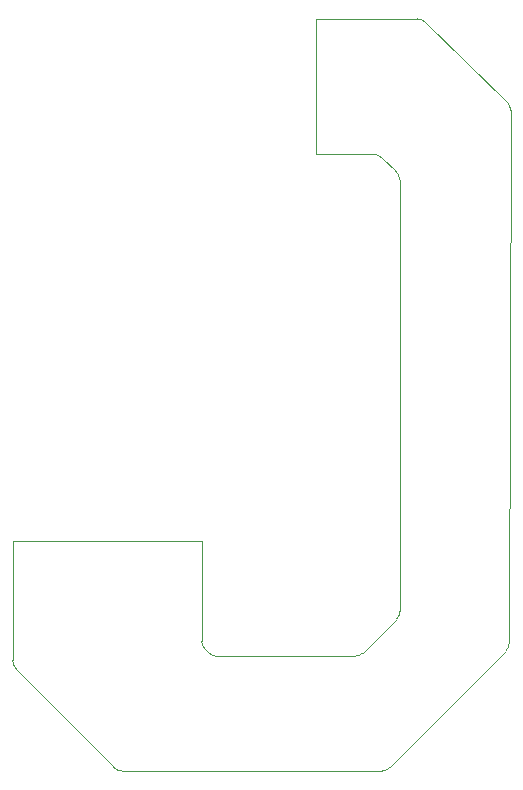
<source format=gm1>
G04 #@! TF.GenerationSoftware,KiCad,Pcbnew,9.0.1*
G04 #@! TF.CreationDate,2025-04-22T18:15:32+02:00*
G04 #@! TF.ProjectId,camera_cable,63616d65-7261-45f6-9361-626c652e6b69,rev?*
G04 #@! TF.SameCoordinates,Original*
G04 #@! TF.FileFunction,Profile,NP*
%FSLAX46Y46*%
G04 Gerber Fmt 4.6, Leading zero omitted, Abs format (unit mm)*
G04 Created by KiCad (PCBNEW 9.0.1) date 2025-04-22 18:15:32*
%MOMM*%
%LPD*%
G01*
G04 APERTURE LIST*
G04 #@! TA.AperFunction,Profile*
%ADD10C,0.038100*%
G04 #@! TD*
G04 APERTURE END LIST*
D10*
X93623654Y-47003008D02*
X92463254Y-45903084D01*
X103350774Y-41850419D02*
X103250911Y-86938487D01*
X61488932Y-89142197D02*
G75*
G02*
X61200018Y-88439074I711068J703097D01*
G01*
X62200000Y-78300000D02*
X76211049Y-78300000D01*
X77200000Y-78300000D02*
X76211049Y-78300000D01*
X77200000Y-86785786D02*
X77200000Y-86640000D01*
X92434381Y-97800000D02*
X70467508Y-97800000D01*
X86900000Y-45590855D02*
X91730000Y-45590000D01*
X62200000Y-78300000D02*
X61200000Y-78300000D01*
X87900854Y-34110855D02*
X86900000Y-34110855D01*
X93143181Y-97505409D02*
G75*
G02*
X92434381Y-97799986I-708781J705409D01*
G01*
X93999444Y-84235002D02*
X93950591Y-47741255D01*
X77200000Y-86640000D02*
X77200000Y-78300000D01*
X90842893Y-87807107D02*
G75*
G02*
X90135786Y-88099961I-707093J707207D01*
G01*
X77588302Y-87588302D02*
X77492893Y-87492893D01*
X90842893Y-87807107D02*
X93706552Y-84943448D01*
X87900854Y-34110855D02*
X95440822Y-34117292D01*
X96137689Y-34400923D02*
X103048497Y-41131835D01*
X78514214Y-88100000D02*
X90135786Y-88100000D01*
X91730000Y-45590000D02*
G75*
G02*
X92456737Y-45903084I0J-1000000D01*
G01*
X93999444Y-84235002D02*
G75*
G02*
X93706561Y-84943457I-1000144J-1298D01*
G01*
X61200000Y-88439074D02*
X61200000Y-79300000D01*
X102959714Y-87641681D02*
X93143181Y-97505409D01*
X61200000Y-79300000D02*
X61200000Y-78300000D01*
X103048497Y-41131835D02*
G75*
G02*
X103350777Y-41850419I-697697J-716365D01*
G01*
X70467508Y-97800000D02*
G75*
G02*
X69756436Y-97503127I-8J1000000D01*
G01*
X77588302Y-87588302D02*
X77807107Y-87807107D01*
X95440822Y-34117292D02*
G75*
G02*
X96137707Y-34400905I-822J-1000008D01*
G01*
X86900000Y-34110855D02*
X86900000Y-45590855D01*
X103250911Y-86938487D02*
G75*
G02*
X102959689Y-87641657I-999811J2187D01*
G01*
X69756440Y-97503123D02*
X61488932Y-89142197D01*
X93623654Y-47003008D02*
G75*
G02*
X93950598Y-47741255I-673054J-739592D01*
G01*
X77492893Y-87492893D02*
G75*
G02*
X77200010Y-86785786I707107J707093D01*
G01*
X78514214Y-88100000D02*
G75*
G02*
X77807121Y-87807093I-14J999900D01*
G01*
M02*

</source>
